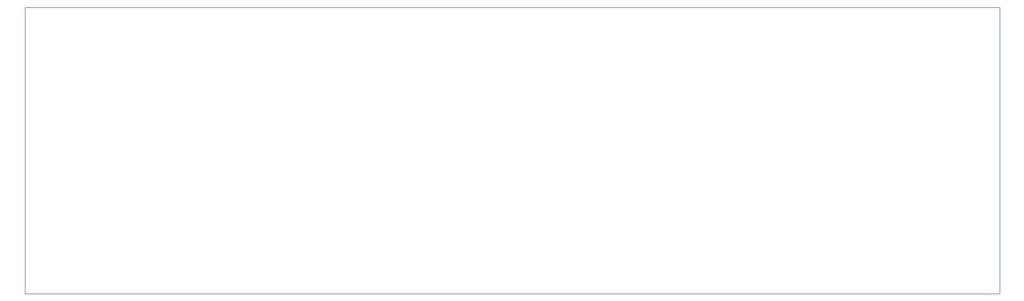
<source format=gbr>
G04 (created by PCBNEW (2013-07-07 BZR 4022)-stable) date 4/22/2014 12:16:29 PM*
%MOIN*%
G04 Gerber Fmt 3.4, Leading zero omitted, Abs format*
%FSLAX34Y34*%
G01*
G70*
G90*
G04 APERTURE LIST*
%ADD10C,0.00590551*%
%ADD11C,0.00393701*%
G04 APERTURE END LIST*
G54D10*
G54D11*
X7500Y-13900D02*
X7500Y-30800D01*
X64900Y-30800D02*
X64900Y-13900D01*
X7500Y-13900D02*
X64900Y-13900D01*
X64900Y-30800D02*
X7500Y-30800D01*
M02*

</source>
